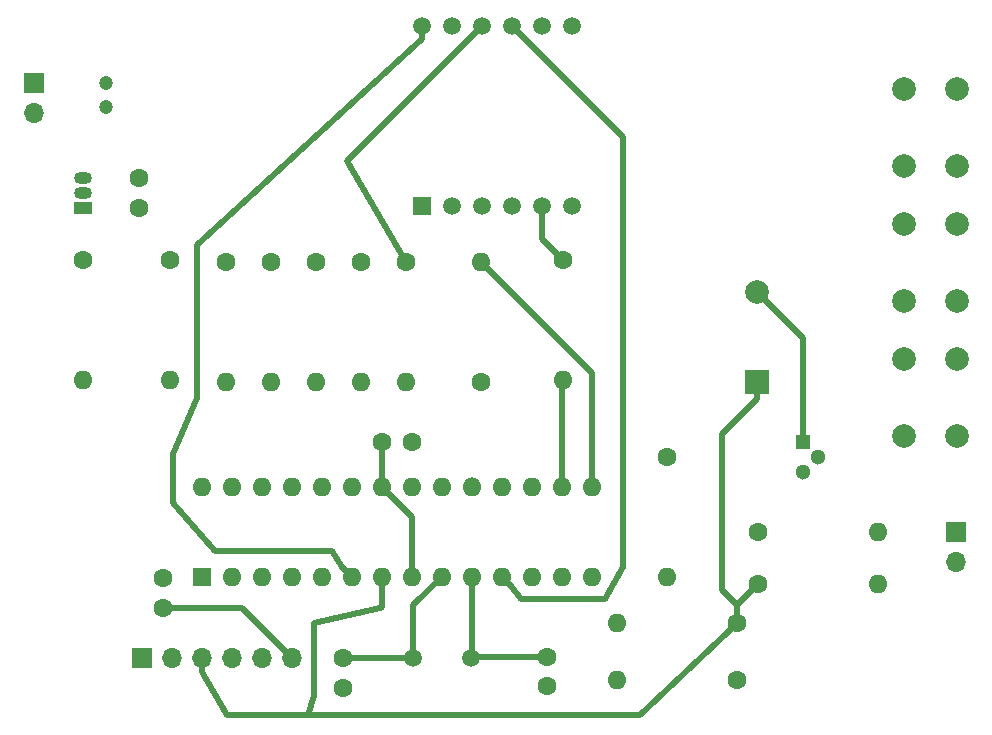
<source format=gbr>
G04 #@! TF.GenerationSoftware,KiCad,Pcbnew,(5.1.0)-1*
G04 #@! TF.CreationDate,2019-07-19T11:38:45-03:00*
G04 #@! TF.ProjectId,Capacimetro_v2,43617061-6369-46d6-9574-726f5f76322e,rev?*
G04 #@! TF.SameCoordinates,Original*
G04 #@! TF.FileFunction,Copper,L1,Top*
G04 #@! TF.FilePolarity,Positive*
%FSLAX46Y46*%
G04 Gerber Fmt 4.6, Leading zero omitted, Abs format (unit mm)*
G04 Created by KiCad (PCBNEW (5.1.0)-1) date 2019-07-19 11:38:45*
%MOMM*%
%LPD*%
G04 APERTURE LIST*
%ADD10O,1.500000X1.050000*%
%ADD11R,1.500000X1.050000*%
%ADD12C,1.600000*%
%ADD13O,1.600000X1.600000*%
%ADD14C,2.000000*%
%ADD15R,1.500000X1.500000*%
%ADD16C,1.500000*%
%ADD17R,1.600000X1.600000*%
%ADD18O,1.700000X1.700000*%
%ADD19R,1.700000X1.700000*%
%ADD20R,2.000000X2.000000*%
%ADD21C,1.200000*%
%ADD22C,1.300000*%
%ADD23R,1.300000X1.300000*%
%ADD24C,0.500000*%
%ADD25C,0.300000*%
G04 APERTURE END LIST*
D10*
X21336000Y-32893000D03*
X21336000Y-31623000D03*
D11*
X21336000Y-34163000D03*
D12*
X21336000Y-38608000D03*
D13*
X21336000Y-48768000D03*
D12*
X78486000Y-61595000D03*
D13*
X88646000Y-61595000D03*
D14*
X95305000Y-53467000D03*
X90805000Y-53467000D03*
X95305000Y-46967000D03*
X90805000Y-46967000D03*
D15*
X50038000Y-34036000D03*
D16*
X52578000Y-34036000D03*
X55118000Y-34036000D03*
X57658000Y-34036000D03*
X60198000Y-34036000D03*
X62738000Y-34036000D03*
X62738000Y-18796000D03*
X60198000Y-18796000D03*
X57658000Y-18796000D03*
X55118000Y-18796000D03*
X52578000Y-18796000D03*
X50038000Y-18796000D03*
D17*
X31369000Y-65405000D03*
D13*
X64389000Y-57785000D03*
X33909000Y-65405000D03*
X61849000Y-57785000D03*
X36449000Y-65405000D03*
X59309000Y-57785000D03*
X38989000Y-65405000D03*
X56769000Y-57785000D03*
X41529000Y-65405000D03*
X54229000Y-57785000D03*
X44069000Y-65405000D03*
X51689000Y-57785000D03*
X46609000Y-65405000D03*
X49149000Y-57785000D03*
X49149000Y-65405000D03*
X46609000Y-57785000D03*
X51689000Y-65405000D03*
X44069000Y-57785000D03*
X54229000Y-65405000D03*
X41529000Y-57785000D03*
X56769000Y-65405000D03*
X38989000Y-57785000D03*
X59309000Y-65405000D03*
X36449000Y-57785000D03*
X61849000Y-65405000D03*
X33909000Y-57785000D03*
X64389000Y-65405000D03*
X31369000Y-57785000D03*
D18*
X17145000Y-26162000D03*
D19*
X17145000Y-23622000D03*
D20*
X78359000Y-48895000D03*
D14*
X78359000Y-41295000D03*
D12*
X46649000Y-53975000D03*
X49149000Y-53975000D03*
D21*
X23241000Y-23622000D03*
X23241000Y-25622000D03*
D12*
X26035000Y-34163000D03*
X26035000Y-31663000D03*
X43307000Y-72303000D03*
X43307000Y-74803000D03*
X60579000Y-74676000D03*
X60579000Y-72176000D03*
X28067000Y-68032000D03*
X28067000Y-65532000D03*
D19*
X26289000Y-72263000D03*
D18*
X28829000Y-72263000D03*
X31369000Y-72263000D03*
X33909000Y-72263000D03*
X36449000Y-72263000D03*
X38989000Y-72263000D03*
D19*
X95250000Y-61595000D03*
D18*
X95250000Y-64135000D03*
D22*
X83566000Y-55245000D03*
X82296000Y-56515000D03*
D23*
X82296000Y-53975000D03*
D13*
X66548000Y-69342000D03*
D12*
X76708000Y-69342000D03*
X70739000Y-55245000D03*
D13*
X70739000Y-65405000D03*
X66548000Y-74168000D03*
D12*
X76708000Y-74168000D03*
X78486000Y-66040000D03*
D13*
X88646000Y-66040000D03*
D12*
X33401000Y-38735000D03*
D13*
X33401000Y-48895000D03*
D12*
X41021000Y-38735000D03*
D13*
X41021000Y-48895000D03*
X48641000Y-48895000D03*
D12*
X48641000Y-38735000D03*
D13*
X54991000Y-38735000D03*
D12*
X54991000Y-48895000D03*
D13*
X28702000Y-48768000D03*
D12*
X28702000Y-38608000D03*
D13*
X37211000Y-48895000D03*
D12*
X37211000Y-38735000D03*
D13*
X44831000Y-48895000D03*
D12*
X44831000Y-38735000D03*
X61976000Y-38608000D03*
D13*
X61976000Y-48768000D03*
D14*
X90805000Y-35537000D03*
X95305000Y-35537000D03*
X90805000Y-42037000D03*
X95305000Y-42037000D03*
X95305000Y-30607000D03*
X90805000Y-30607000D03*
X95305000Y-24107000D03*
X90805000Y-24107000D03*
D16*
X49276000Y-72263000D03*
X54156000Y-72263000D03*
D24*
X76708000Y-67818000D02*
X78486000Y-66040000D01*
X76708000Y-69342000D02*
X76708000Y-67818000D01*
X75908001Y-70141999D02*
X76708000Y-69342000D01*
X40386000Y-77089000D02*
X68453000Y-77089000D01*
X68453000Y-77089000D02*
X75908001Y-70141999D01*
X33528000Y-77089000D02*
X40386000Y-77089000D01*
X31369000Y-72263000D02*
X31369000Y-73465081D01*
X31369000Y-73465081D02*
X33528000Y-77089000D01*
X75438000Y-66548000D02*
X76708000Y-67818000D01*
X75438000Y-53316000D02*
X75438000Y-66548000D01*
X78359000Y-48895000D02*
X78359000Y-50395000D01*
X78359000Y-50395000D02*
X75438000Y-53316000D01*
X40894000Y-75525002D02*
X40386000Y-77089000D01*
X40894000Y-69342000D02*
X40894000Y-75525002D01*
X46482000Y-68072000D02*
X40894000Y-69342000D01*
X46609000Y-65405000D02*
X46609000Y-67945000D01*
X46609000Y-67945000D02*
X46482000Y-68072000D01*
X82296000Y-45232000D02*
X78359000Y-41295000D01*
X82296000Y-53975000D02*
X82296000Y-45232000D01*
X49149000Y-60325000D02*
X46609000Y-57785000D01*
X49149000Y-65405000D02*
X49149000Y-60325000D01*
X46609000Y-54015000D02*
X46649000Y-53975000D01*
X46609000Y-57785000D02*
X46609000Y-54015000D01*
X49276000Y-67818000D02*
X49276000Y-72263000D01*
X51689000Y-65405000D02*
X49276000Y-67818000D01*
X49236000Y-72303000D02*
X49276000Y-72263000D01*
X43307000Y-72303000D02*
X49236000Y-72303000D01*
X54229000Y-72190000D02*
X54156000Y-72263000D01*
X54229000Y-65405000D02*
X54229000Y-72190000D01*
X54243000Y-72176000D02*
X54156000Y-72263000D01*
X60579000Y-72176000D02*
X54243000Y-72176000D01*
X34758000Y-68032000D02*
X38989000Y-72263000D01*
X28067000Y-68032000D02*
X34758000Y-68032000D01*
X43688000Y-30226000D02*
X55118000Y-18796000D01*
X48641000Y-38735000D02*
X43688000Y-30226000D01*
X64389000Y-48133000D02*
X54991000Y-38735000D01*
X64389000Y-57785000D02*
X64389000Y-48133000D01*
X60198000Y-36830000D02*
X60198000Y-34036000D01*
X61976000Y-38608000D02*
X60198000Y-36830000D01*
X61849000Y-48895000D02*
X61976000Y-48768000D01*
X61849000Y-57785000D02*
X61849000Y-48895000D01*
D25*
X54229000Y-57150000D02*
X54229000Y-57785000D01*
D24*
X43269001Y-64605001D02*
X44069000Y-65405000D01*
X32512000Y-63246000D02*
X42418000Y-63246000D01*
X50038000Y-19856660D02*
X30988000Y-37338000D01*
X42418000Y-63246000D02*
X43269001Y-64605001D01*
X50038000Y-18796000D02*
X50038000Y-19856660D01*
X30988000Y-37338000D02*
X30988000Y-50292000D01*
X30988000Y-50292000D02*
X28956000Y-54991000D01*
X28956000Y-54991000D02*
X28956000Y-59182000D01*
X28956000Y-59182000D02*
X32512000Y-63246000D01*
X57568999Y-66204999D02*
X56769000Y-65405000D01*
X58420000Y-67310000D02*
X57568999Y-66204999D01*
X65532000Y-67310000D02*
X58420000Y-67310000D01*
X67056000Y-64588002D02*
X65532000Y-67310000D01*
X57658000Y-18796000D02*
X67056000Y-28194000D01*
X67056000Y-28194000D02*
X67056000Y-64588002D01*
M02*

</source>
